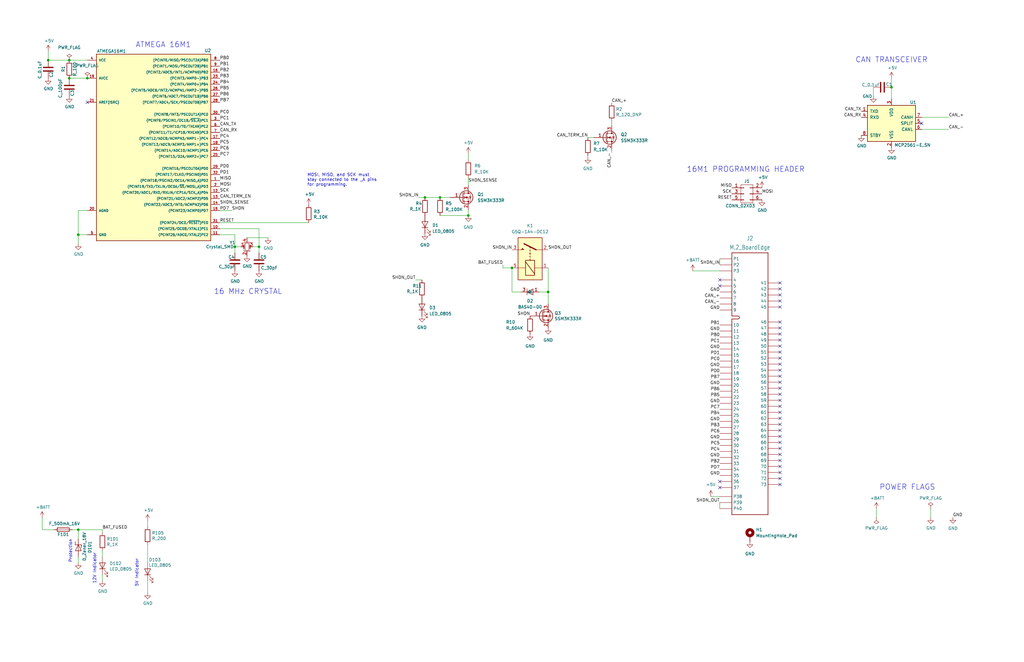
<source format=kicad_sch>
(kicad_sch (version 20211123) (generator eeschema)
  (paper "B")
  (title_block (title "M.2 Daughter Board Test Coupon") (date "2022-09-29") (rev "1") (company "Olin Electric Motorsports") (comment 1 "Jack Greenberg"))
  (lib_symbols
    (symbol "Mechanical:MountingHole_Pad" (pin_numbers hide) (pin_names (offset 1.016) hide)
      (property "Reference" "H" (at 0 6.35 0))
      (property "Value" "MountingHole_Pad" (at 0 4.445 0))
      (symbol "MountingHole_Pad_1_1"
        (pin input line (at 0 -2.54 90) (length 2.54) (name "1") (number "1"))
      )
    )
    (symbol "formula:ATMEGA16M1" (pin_names (offset 1.016))
      (property "Reference" "U" (at -24.13 46.482 0))
      (property "Value" "ATMEGA16M1" (at 12.7 -35.56 0))
      (symbol "ATMEGA16M1_1_1"
        (pin bidirectional line (at 27.94 -7.62 180) (length 3.81) (name "(PCINT18/PSCIN2/OC1A/MISO_A)PD2") (number "1"))
        (pin bidirectional line (at 27.94 -27.94 180) (length 3.81) (name "(PCINT25/OC0B/XTAL1)PE1") (number "10"))
        (pin bidirectional line (at 27.94 -30.48 180) (length 3.81) (name "(PCINT26/ADC0/XTAL2)PE2") (number "11"))
        (pin bidirectional line (at 27.94 -12.7 180) (length 3.81) (name "(PCINT20/ADC1/RXD/RXLIN/ICP1A/SCK_A)PD4") (number "12"))
        (pin bidirectional line (at 27.94 -15.24 180) (length 3.81) (name "(PCINT21/ADC2/ACMP2)PD5") (number "13"))
        (pin bidirectional line (at 27.94 -17.78 180) (length 3.81) (name "(PCINT22/ADC3/INT0/ACMPN2)PD6") (number "14"))
        (pin bidirectional line (at 27.94 -20.32 180) (length 3.81) (name "(PCINT23/ACMP0)PD7") (number "15"))
        (pin bidirectional line (at 27.94 38.1 180) (length 3.81) (name "(PCINT2/ADC5/INT1/ACMPN0)PB2") (number "16"))
        (pin bidirectional line (at 27.94 10.16 180) (length 3.81) (name "(PCINT12/ADC8/ACMPN3/AMP1-)PC4") (number "17"))
        (pin bidirectional line (at 27.94 7.62 180) (length 3.81) (name "(PCINT13/ADC9/ACMP3/AMP1+)PC5") (number "18"))
        (pin power_in line (at -27.94 35.56 0) (length 3.81) (name "AVCC") (number "19"))
        (pin bidirectional line (at 27.94 -10.16 180) (length 3.81) (name "(PCINT19/TXD/TXLIN/OC0A/~{SS}/MOSI_A)PD3") (number "2"))
        (pin power_in line (at -27.94 -20.32 0) (length 3.81) (name "AGND") (number "20"))
        (pin power_in line (at -27.94 25.4 0) (length 3.81) (name "AREF(ISRC)") (number "21"))
        (pin bidirectional line (at 27.94 5.08 180) (length 3.81) (name "(PCINT14/ADC10/ACMP1)PC6") (number "22"))
        (pin bidirectional line (at 27.94 35.56 180) (length 3.81) (name "(PCINT3/AMP0-)PB3") (number "23"))
        (pin bidirectional line (at 27.94 33.02 180) (length 3.81) (name "(PCINT4/AMP0+)PB4") (number "24"))
        (pin bidirectional line (at 27.94 2.54 180) (length 3.81) (name "(PCINT15/D2A/AMP2+)PC7") (number "25"))
        (pin bidirectional line (at 27.94 30.48 180) (length 3.81) (name "(PCINT5/ADC6/INT2/ACMPN1/AMP2-)PB5") (number "26"))
        (pin bidirectional line (at 27.94 27.94 180) (length 3.81) (name "(PCINT6/ADC7/PSCOUT1B)PB6") (number "27"))
        (pin bidirectional line (at 27.94 25.4 180) (length 3.81) (name "(PCINT7/ADC4/SCK/PSCOUT0B)PB7") (number "28"))
        (pin bidirectional line (at 27.94 -2.54 180) (length 3.81) (name "(PCINT16/PSCOUT0A)PD0") (number "29"))
        (pin bidirectional line (at 27.94 17.78 180) (length 3.81) (name "(PCINT9/PSCIN1/OC1B/~{SS_A})PC1") (number "3"))
        (pin bidirectional line (at 27.94 20.32 180) (length 3.81) (name "(PCINT8/INT3/PSCOUT1A)PC0") (number "30"))
        (pin bidirectional line (at 27.94 -25.4 180) (length 3.81) (name "(PCINT24/OCD/~{RESET})PE0") (number "31"))
        (pin bidirectional line (at 27.94 -5.08 180) (length 3.81) (name "(PCINT17/CLKO/PSCIN0)PD1") (number "32"))
        (pin power_in line (at -27.94 43.18 0) (length 3.81) (name "VCC") (number "4"))
        (pin power_in line (at -27.94 -30.48 0) (length 3.81) (name "GND") (number "5"))
        (pin bidirectional line (at 27.94 15.24 180) (length 3.81) (name "(PCINT10/T0/TXCAN)PC2") (number "6"))
        (pin bidirectional line (at 27.94 12.7 180) (length 3.81) (name "(PCINT11/T1/ICP1B/RXCAN)PC3") (number "7"))
        (pin bidirectional line (at 27.94 43.18 180) (length 3.81) (name "(PCINT0/MISO/PSCOUT2A)PB0") (number "8"))
        (pin bidirectional line (at 27.94 40.64 180) (length 3.81) (name "(PCINT1/MOSI/PSCOUT2B)PB1") (number "9"))
      )
    )
    (symbol "formula:BAS40-00" (pin_names (offset 1.016))
      (property "Reference" "D" (at 0 2.54 0))
      (property "Value" "BAS40-00" (at 0 -2.54 0))
      (symbol "BAS40-00_1_1"
        (pin passive line (at 3.81 0 180) (length 2.54) (name "A") (number "1"))
        (pin passive line (at -3.81 0 0) (length 2.54) (name "K") (number "3"))
      )
    )
    (symbol "formula:CONN_02X03" (pin_names (offset 0.0254) hide)
      (property "Reference" "J" (at 0 5.08 0))
      (property "Value" "CONN_02X03" (at 0 -5.08 0))
      (symbol "CONN_02X03_1_1"
        (pin passive line (at -6.35 2.54 0) (length 3.81) (name "P1") (number "1"))
        (pin passive line (at 6.35 2.54 180) (length 3.81) (name "P2") (number "2"))
        (pin passive line (at -6.35 0 0) (length 3.81) (name "P3") (number "3"))
        (pin passive line (at 6.35 0 180) (length 3.81) (name "P4") (number "4"))
        (pin passive line (at -6.35 -2.54 0) (length 3.81) (name "P5") (number "5"))
        (pin passive line (at 6.35 -2.54 180) (length 3.81) (name "P6") (number "6"))
      )
    )
    (symbol "formula:C_0.1uF" (pin_numbers hide) (pin_names (offset 0.254))
      (property "Reference" "C" (at 0.635 2.54 0))
      (property "Value" "C_0.1uF" (at 0.635 -2.54 0))
      (symbol "C_0.1uF_1_1"
        (pin passive line (at 0 3.81 270) (length 2.794) (name "~") (number "1"))
        (pin passive line (at 0 -3.81 90) (length 2.794) (name "~") (number "2"))
      )
    )
    (symbol "formula:C_100pF" (pin_numbers hide) (pin_names (offset 0.254))
      (property "Reference" "C" (at 0.635 2.54 0))
      (property "Value" "C_100pF" (at 0.635 -2.54 0))
      (symbol "C_100pF_1_1"
        (pin passive line (at 0 3.81 270) (length 2.794) (name "~") (number "1"))
        (pin passive line (at 0 -3.81 90) (length 2.794) (name "~") (number "2"))
      )
    )
    (symbol "formula:C_30pF" (pin_numbers hide) (pin_names (offset 0.254))
      (property "Reference" "C" (at 0.635 2.54 0))
      (property "Value" "C_30pF" (at 0.635 -2.54 0))
      (symbol "C_30pF_1_1"
        (pin passive line (at 0 3.81 270) (length 2.794) (name "~") (number "1"))
        (pin passive line (at 0 -3.81 90) (length 2.794) (name "~") (number "2"))
      )
    )
    (symbol "formula:Crystal_SMD" (pin_names (offset 1.016) hide)
      (property "Reference" "Y" (at 1.27 4.445 0))
      (property "Value" "Crystal_SMD" (at 1.27 2.54 0))
      (symbol "Crystal_SMD_1_1"
        (pin passive line (at -2.54 0 0) (length 1.27) (name "1") (number "1"))
        (pin passive line (at 0 -3.81 90) (length 1.905) (name "2") (number "2"))
        (pin passive line (at 2.54 0 180) (length 1.27) (name "3") (number "3"))
        (pin passive line (at 0 3.81 270) (length 1.905) (name "4") (number "4"))
      )
    )
    (symbol "formula:D_Zener_18V" (pin_numbers hide) (pin_names (offset 1.016) hide)
      (property "Reference" "D" (at 0 2.54 0))
      (property "Value" "D_Zener_18V" (at 0 -2.54 0))
      (symbol "D_Zener_18V_1_1"
        (pin passive line (at -3.81 0 0) (length 2.54) (name "K") (number "1"))
        (pin passive line (at 3.81 0 180) (length 2.54) (name "A") (number "2"))
      )
    )
    (symbol "formula:F_500mA_16V" (pin_numbers hide) (pin_names (offset 0))
      (property "Reference" "F" (at 2.032 0 90))
      (property "Value" "F_500mA_16V" (at -1.905 0 90))
      (symbol "F_500mA_16V_1_1"
        (pin passive line (at 0 3.81 270) (length 1.27) (name "~") (number "1"))
        (pin passive line (at 0 -3.81 90) (length 1.27) (name "~") (number "2"))
      )
    )
    (symbol "formula:G5Q-1A4-DC12" (pin_names (offset 1.016))
      (property "Reference" "K" (at -1.27 12.7 0))
      (property "Value" "G5Q-1A4-DC12" (at 0 -10.16 0))
      (symbol "G5Q-1A4-DC12_1_1"
        (pin passive line (at -5.08 -7.62 90) (length 2.54) (name "~") (number "1"))
        (pin passive line (at 2.54 -7.62 90) (length 2.54) (name "~") (number "2"))
        (pin passive line (at 2.54 7.62 270) (length 2.54) (name "~") (number "3"))
        (pin passive line (at -5.08 7.62 270) (length 2.54) (name "~") (number "5"))
      )
    )
    (symbol "formula:LED_0805" (pin_numbers hide) (pin_names (offset 1.016) hide)
      (property "Reference" "D" (at 0 -2.54 0))
      (property "Value" "LED_0805" (at 0 2.54 0))
      (symbol "LED_0805_1_1"
        (pin passive line (at -3.81 0 0) (length 2.54) (name "K") (number "1"))
        (pin passive line (at 3.81 0 180) (length 2.54) (name "A") (number "2"))
      )
    )
    (symbol "formula:M.2_BoardEdge"
      (property "Reference" "J?" (at 1.27 49.53 0))
      (property "Value" "M.2_BoardEdge" (at 7.62 45.72 0))
      (symbol "M.2_BoardEdge_1_0"
        (pin bidirectional line (at -12.7 12.7 0) (length 5.08) (name "10") (number "10"))
        (pin bidirectional line (at -12.7 10.16 0) (length 5.08) (name "11") (number "11"))
        (pin bidirectional line (at -12.7 7.62 0) (length 5.08) (name "12") (number "12"))
        (pin bidirectional line (at -12.7 5.08 0) (length 5.08) (name "13") (number "13"))
        (pin bidirectional line (at -12.7 2.54 0) (length 5.08) (name "14") (number "14"))
        (pin bidirectional line (at -12.7 0 0) (length 5.08) (name "15") (number "15"))
        (pin bidirectional line (at -12.7 -2.54 0) (length 5.08) (name "16") (number "16"))
        (pin bidirectional line (at -12.7 -5.08 0) (length 5.08) (name "17") (number "17"))
        (pin bidirectional line (at -12.7 -7.62 0) (length 5.08) (name "18") (number "18"))
        (pin bidirectional line (at -12.7 -10.16 0) (length 5.08) (name "19") (number "19"))
        (pin bidirectional line (at -12.7 -12.7 0) (length 5.08) (name "20") (number "20"))
        (pin bidirectional line (at -12.7 -15.24 0) (length 5.08) (name "21") (number "21"))
        (pin bidirectional line (at -12.7 -17.78 0) (length 5.08) (name "22") (number "22"))
        (pin bidirectional line (at -12.7 -20.32 0) (length 5.08) (name "23") (number "23"))
        (pin bidirectional line (at -12.7 -22.86 0) (length 5.08) (name "24") (number "24"))
        (pin bidirectional line (at -12.7 -25.4 0) (length 5.08) (name "25") (number "25"))
        (pin bidirectional line (at -12.7 -27.94 0) (length 5.08) (name "26") (number "26"))
        (pin bidirectional line (at -12.7 -30.48 0) (length 5.08) (name "27") (number "27"))
        (pin bidirectional line (at -12.7 -33.02 0) (length 5.08) (name "28") (number "28"))
        (pin bidirectional line (at -12.7 -35.56 0) (length 5.08) (name "29") (number "29"))
        (pin bidirectional line (at -12.7 -38.1 0) (length 5.08) (name "30") (number "30"))
        (pin bidirectional line (at -12.7 -40.64 0) (length 5.08) (name "31") (number "31"))
        (pin bidirectional line (at -12.7 -43.18 0) (length 5.08) (name "32") (number "32"))
        (pin bidirectional line (at -12.7 -45.72 0) (length 5.08) (name "33") (number "33"))
        (pin bidirectional line (at -12.7 -48.26 0) (length 5.08) (name "34") (number "34"))
        (pin bidirectional line (at -12.7 -50.8 0) (length 5.08) (name "35") (number "35"))
        (pin bidirectional line (at -12.7 -53.34 0) (length 5.08) (name "36") (number "36"))
        (pin bidirectional line (at -12.7 -55.88 0) (length 5.08) (name "37") (number "37"))
        (pin bidirectional line (at -12.7 31.75 0) (length 5.08) (name "4") (number "4"))
        (pin bidirectional line (at 12.7 30.48 180) (length 5.08) (name "41") (number "41"))
        (pin bidirectional line (at 12.7 27.94 180) (length 5.08) (name "42") (number "42"))
        (pin bidirectional line (at 12.7 25.4 180) (length 5.08) (name "43") (number "43"))
        (pin bidirectional line (at 12.7 22.86 180) (length 5.08) (name "44") (number "44"))
        (pin bidirectional line (at 12.7 20.32 180) (length 5.08) (name "45") (number "45"))
        (pin bidirectional line (at 12.7 13.97 180) (length 5.08) (name "46") (number "46"))
        (pin bidirectional line (at 12.7 11.43 180) (length 5.08) (name "47") (number "47"))
        (pin bidirectional line (at 12.7 8.89 180) (length 5.08) (name "48") (number "48"))
        (pin bidirectional line (at 12.7 6.35 180) (length 5.08) (name "49") (number "49"))
        (pin bidirectional line (at -12.7 29.21 0) (length 5.08) (name "5") (number "5"))
        (pin bidirectional line (at 12.7 3.81 180) (length 5.08) (name "50") (number "50"))
        (pin bidirectional line (at 12.7 1.27 180) (length 5.08) (name "51") (number "51"))
        (pin bidirectional line (at 12.7 -1.27 180) (length 5.08) (name "52") (number "52"))
        (pin bidirectional line (at 12.7 -3.81 180) (length 5.08) (name "53") (number "53"))
        (pin bidirectional line (at 12.7 -6.35 180) (length 5.08) (name "54") (number "54"))
        (pin bidirectional line (at 12.7 -8.89 180) (length 5.08) (name "55") (number "55"))
        (pin bidirectional line (at 12.7 -11.43 180) (length 5.08) (name "56") (number "56"))
        (pin bidirectional line (at 12.7 -13.97 180) (length 5.08) (name "57") (number "57"))
        (pin bidirectional line (at 12.7 -16.51 180) (length 5.08) (name "58") (number "58"))
        (pin bidirectional line (at 12.7 -19.05 180) (length 5.08) (name "59") (number "59"))
        (pin bidirectional line (at -12.7 26.67 0) (length 5.08) (name "6") (number "6"))
        (pin bidirectional line (at 12.7 -21.59 180) (length 5.08) (name "60") (number "60"))
        (pin bidirectional line (at 12.7 -24.13 180) (length 5.08) (name "61") (number "61"))
        (pin bidirectional line (at 12.7 -26.67 180) (length 5.08) (name "62") (number "62"))
        (pin bidirectional line (at 12.7 -29.21 180) (length 5.08) (name "63") (number "63"))
        (pin bidirectional line (at 12.7 -31.75 180) (length 5.08) (name "64") (number "64"))
        (pin bidirectional line (at 12.7 -34.29 180) (length 5.08) (name "65") (number "65"))
        (pin bidirectional line (at 12.7 -36.83 180) (length 5.08) (name "66") (number "66"))
        (pin bidirectional line (at 12.7 -39.37 180) (length 5.08) (name "67") (number "67"))
        (pin bidirectional line (at 12.7 -41.91 180) (length 5.08) (name "68") (number "68"))
        (pin bidirectional line (at 12.7 -44.45 180) (length 5.08) (name "69") (number "69"))
        (pin bidirectional line (at -12.7 24.13 0) (length 5.08) (name "7") (number "7"))
        (pin bidirectional line (at 12.7 -46.99 180) (length 5.08) (name "70") (number "70"))
        (pin bidirectional line (at 12.7 -49.53 180) (length 5.08) (name "71") (number "71"))
        (pin bidirectional line (at 12.7 -52.07 180) (length 5.08) (name "72") (number "72"))
        (pin bidirectional line (at 12.7 -54.61 180) (length 5.08) (name "73") (number "73"))
        (pin bidirectional line (at -12.7 21.59 0) (length 5.08) (name "8") (number "8"))
        (pin bidirectional line (at -12.7 19.05 0) (length 5.08) (name "9") (number "9"))
        (pin bidirectional line (at -12.7 40.64 0) (length 5.08) (name "P1") (number "P1"))
        (pin bidirectional line (at -12.7 38.1 0) (length 5.08) (name "P2") (number "P2"))
        (pin bidirectional line (at -12.7 35.56 0) (length 5.08) (name "P3") (number "P3"))
        (pin bidirectional line (at -12.7 -59.69 0) (length 5.08) (name "P38") (number "P38"))
        (pin bidirectional line (at -12.7 -62.23 0) (length 5.08) (name "P39") (number "P39"))
        (pin bidirectional line (at -12.7 -64.77 0) (length 5.08) (name "P40") (number "P40"))
      )
    )
    (symbol "formula:MCP2561-E_SN" (pin_names (offset 1.016))
      (property "Reference" "U" (at -10.16 8.89 0))
      (property "Value" "MCP2561-E_SN" (at 2.54 8.89 0))
      (symbol "MCP2561-E_SN_1_1"
        (pin input line (at -12.7 5.08 0) (length 2.54) (name "TXD") (number "1"))
        (pin power_in line (at 0 -10.16 90) (length 2.54) (name "VSS") (number "2"))
        (pin power_in line (at 0 10.16 270) (length 2.54) (name "VDD") (number "3"))
        (pin output line (at -12.7 2.54 0) (length 2.54) (name "RXD") (number "4"))
        (pin passive line (at 12.7 0 180) (length 2.54) (name "SPLIT") (number "5"))
        (pin bidirectional line (at 12.7 -2.54 180) (length 2.54) (name "CANL") (number "6"))
        (pin bidirectional line (at 12.7 2.54 180) (length 2.54) (name "CANH") (number "7"))
        (pin input line (at -12.7 -5.08 0) (length 2.54) (name "STBY") (number "8"))
      )
    )
    (symbol "formula:R_100" (pin_numbers hide) (pin_names (offset 0))
      (property "Reference" "R" (at 2.032 0 90))
      (property "Value" "R_100" (at -2.54 0 90))
      (symbol "R_100_1_1"
        (pin passive line (at 0 3.81 270) (length 1.27) (name "~") (number "1"))
        (pin passive line (at 0 -3.81 90) (length 1.27) (name "~") (number "2"))
      )
    )
    (symbol "formula:R_100K" (pin_numbers hide) (pin_names (offset 0))
      (property "Reference" "R" (at 2.032 0 90))
      (property "Value" "R_100K" (at -2.54 0 90))
      (symbol "R_100K_1_1"
        (pin passive line (at 0 3.81 270) (length 1.27) (name "~") (number "1"))
        (pin passive line (at 0 -3.81 90) (length 1.27) (name "~") (number "2"))
      )
    )
    (symbol "formula:R_10K" (pin_numbers hide) (pin_names (offset 0))
      (property "Reference" "R" (at 2.032 0 90))
      (property "Value" "R_10K" (at -2.54 0 90))
      (symbol "R_10K_1_1"
        (pin passive line (at 0 3.81 270) (length 1.27) (name "~") (number "1"))
        (pin passive line (at 0 -3.81 90) (length 1.27) (name "~") (number "2"))
      )
    )
    (symbol "formula:R_120_DNP" (pin_numbers hide) (pin_names (offset 0))
      (property "Reference" "R" (at 2.032 0 90))
      (property "Value" "R_120_DNP" (at -2.54 0 90))
      (symbol "R_120_DNP_1_1"
        (pin passive line (at 0 3.81 270) (length 1.27) (name "~") (number "1"))
        (pin passive line (at 0 -3.81 90) (length 1.27) (name "~") (number "2"))
      )
    )
    (symbol "formula:R_1K" (pin_numbers hide) (pin_names (offset 0))
      (property "Reference" "R" (at 2.032 0 90))
      (property "Value" "R_1K" (at -2.54 0 90))
      (symbol "R_1K_1_1"
        (pin passive line (at 0 3.81 270) (length 1.27) (name "~") (number "1"))
        (pin passive line (at 0 -3.81 90) (length 1.27) (name "~") (number "2"))
      )
    )
    (symbol "formula:R_200" (pin_numbers hide) (pin_names (offset 0))
      (property "Reference" "R" (at 2.032 0 90))
      (property "Value" "R_200" (at -2.54 0 90))
      (symbol "R_200_1_1"
        (pin passive line (at 0 3.81 270) (length 1.27) (name "~") (number "1"))
        (pin passive line (at 0 -3.81 90) (length 1.27) (name "~") (number "2"))
      )
    )
    (symbol "formula:R_604K" (pin_numbers hide) (pin_names (offset 0))
      (property "Reference" "R" (at 2.032 0 90))
      (property "Value" "R_604K" (at -2.54 0 90))
      (symbol "R_604K_1_1"
        (pin passive line (at 0 3.81 270) (length 1.27) (name "~") (number "1"))
        (pin passive line (at 0 -3.81 90) (length 1.27) (name "~") (number "2"))
      )
    )
    (symbol "formula:SSM3K333R" (pin_names (offset 0) hide)
      (property "Reference" "Q" (at 5.08 1.905 0))
      (property "Value" "SSM3K333R" (at 5.08 0 0))
      (symbol "SSM3K333R_1_1"
        (pin input line (at -5.08 0 0) (length 5.334) (name "G") (number "1"))
        (pin passive line (at 2.54 -5.08 90) (length 2.54) (name "S") (number "2"))
        (pin passive line (at 2.54 5.08 270) (length 2.54) (name "D") (number "3"))
      )
    )
    (symbol "power:+5V" (power) (pin_names (offset 0))
      (property "Value" "+5V" (at 0 3.556 0))
      (symbol "+5V_1_1"
        (pin power_in line (at 0 0 90) (length 0) hide (name "+5V") (number "1"))
      )
    )
    (symbol "power:+BATT" (power) (pin_names (offset 0))
      (property "Value" "+BATT" (at 0 3.556 0))
      (symbol "+BATT_1_1"
        (pin power_in line (at 0 0 90) (length 0) hide (name "+BATT") (number "1"))
      )
    )
    (symbol "power:GND" (power) (pin_names (offset 0))
      (property "Value" "GND" (at 0 -3.81 0))
      (symbol "GND_1_1"
        (pin power_in line (at 0 0 270) (length 0) hide (name "GND") (number "1"))
      )
    )
    (symbol "power:PWR_FLAG" (power) (pin_numbers hide) (pin_names (offset 0) hide)
      (property "Value" "PWR_FLAG" (at 0 3.81 0))
      (symbol "PWR_FLAG_0_0"
        (pin power_out line (at 0 0 90) (length 0) (name "pwr") (number "1"))
      )
    )
  )
  (junction (at 20.32 25.4))
  (junction (at 33.02 223.52))
  (junction (at 375.92 36.83))
  (junction (at 197.485 90.932))
  (junction (at 29.21 25.4))
  (junction (at 179.197 83.312))
  (junction (at 231.14 123.19))
  (junction (at 29.21 33.02))
  (junction (at 215.9 113.03))
  (junction (at 33.02 99.06))
  (junction (at 36.83 33.02))
  (junction (at 99.06 104.14))
  (junction (at 109.22 104.14))
  (junction (at 185.547 83.312))
  (no_connect (at 328.93 158.75))
  (no_connect (at 328.93 191.77))
  (no_connect (at 328.93 129.54))
  (no_connect (at 303.53 203.2))
  (no_connect (at 303.53 205.74))
  (no_connect (at 328.93 168.91))
  (no_connect (at 328.93 179.07))
  (no_connect (at 328.93 119.38))
  (no_connect (at 328.93 189.23))
  (no_connect (at 328.93 166.37))
  (no_connect (at 303.53 118.11))
  (no_connect (at 328.93 163.83))
  (no_connect (at 328.93 176.53))
  (no_connect (at 328.93 153.67))
  (no_connect (at 328.93 148.59))
  (no_connect (at 328.93 196.85))
  (no_connect (at 388.62 52.07))
  (no_connect (at 328.93 204.47))
  (no_connect (at 328.93 135.89))
  (no_connect (at 328.93 143.51))
  (no_connect (at 328.93 201.93))
  (no_connect (at 328.93 199.39))
  (no_connect (at 328.93 121.92))
  (no_connect (at 328.93 181.61))
  (no_connect (at 328.93 127))
  (no_connect (at 303.53 120.65))
  (no_connect (at 328.93 151.13))
  (no_connect (at 328.93 161.29))
  (no_connect (at 328.93 194.31))
  (no_connect (at 328.93 186.69))
  (no_connect (at 328.93 184.15))
  (no_connect (at 328.93 171.45))
  (no_connect (at 36.83 43.18))
  (no_connect (at 328.93 173.99))
  (no_connect (at 328.93 146.05))
  (no_connect (at 328.93 138.43))
  (no_connect (at 328.93 156.21))
  (no_connect (at 328.93 140.97))
  (no_connect (at 328.93 124.46))
  (wire (pts (xy 62.23 245.11) (xy 62.23 250.19)))
  (wire (pts (xy 62.23 222.25) (xy 62.23 219.71)))
  (wire (pts (xy 92.71 93.98) (xy 130.175 93.98)))
  (wire (pts (xy 33.02 88.9) (xy 36.83 88.9)))
  (wire (pts (xy 109.22 96.52) (xy 92.71 96.52)))
  (wire (pts (xy 368.3 36.83) (xy 368.3 40.64)))
  (wire (pts (xy 104.14 100.33) (xy 113.03 100.33)))
  (wire (pts (xy 197.485 88.392) (xy 197.485 90.932)))
  (wire (pts (xy 99.06 104.14) (xy 101.6 104.14)))
  (wire (pts (xy 33.02 227.33) (xy 33.02 223.52)))
  (wire (pts (xy 212.09 111.76) (xy 212.09 113.03)))
  (wire (pts (xy 299.72 209.55) (xy 303.53 209.55)))
  (wire (pts (xy 33.02 223.52) (xy 43.18 223.52)))
  (wire (pts (xy 197.485 64.77) (xy 197.485 67.437)))
  (wire (pts (xy 33.02 102.87) (xy 33.02 99.06)))
  (wire (pts (xy 257.937 63.119) (xy 257.937 64.389)))
  (wire (pts (xy 231.14 113.03) (xy 231.14 123.19)))
  (wire (pts (xy 99.06 104.14) (xy 99.06 99.06)))
  (wire (pts (xy 20.32 25.4) (xy 29.21 25.4)))
  (wire (pts (xy 185.547 90.932) (xy 197.485 90.932)))
  (wire (pts (xy 62.23 229.87) (xy 62.23 237.49)))
  (wire (pts (xy 17.78 223.52) (xy 22.86 223.52)))
  (wire (pts (xy 212.09 113.03) (xy 215.9 113.03)))
  (wire (pts (xy 176.53 83.312) (xy 179.197 83.312)))
  (wire (pts (xy 303.53 212.09) (xy 303.53 214.63)))
  (wire (pts (xy 185.547 83.312) (xy 189.865 83.312)))
  (wire (pts (xy 292.1 114.3) (xy 303.53 114.3)))
  (wire (pts (xy 36.83 33.02) (xy 29.21 33.02)))
  (wire (pts (xy 231.14 123.19) (xy 231.14 128.27)))
  (wire (pts (xy 375.92 36.83) (xy 375.92 33.02)))
  (wire (pts (xy 175.26 118.11) (xy 177.927 118.11)))
  (wire (pts (xy 388.62 54.61) (xy 400.05 54.61)))
  (wire (pts (xy 197.485 75.057) (xy 197.485 78.232)))
  (wire (pts (xy 375.92 41.91) (xy 375.92 36.83)))
  (wire (pts (xy 247.904 58.039) (xy 250.317 58.039)))
  (wire (pts (xy 106.68 104.14) (xy 109.22 104.14)))
  (wire (pts (xy 247.904 65.659) (xy 247.904 66.421)))
  (wire (pts (xy 215.9 123.19) (xy 215.9 113.03)))
  (wire (pts (xy 219.71 123.19) (xy 215.9 123.19)))
  (wire (pts (xy 109.22 104.14) (xy 109.22 96.52)))
  (wire (pts (xy 29.21 25.4) (xy 36.83 25.4)))
  (wire (pts (xy 227.33 123.19) (xy 231.14 123.19)))
  (wire (pts (xy 33.02 234.95) (xy 33.02 237.49)))
  (wire (pts (xy 30.48 223.52) (xy 33.02 223.52)))
  (wire (pts (xy 43.18 232.41) (xy 43.18 234.95)))
  (wire (pts (xy 388.62 49.53) (xy 400.05 49.53)))
  (wire (pts (xy 33.02 99.06) (xy 33.02 88.9)))
  (wire (pts (xy 392.43 214.63) (xy 392.43 218.44)))
  (wire (pts (xy 369.57 214.63) (xy 369.57 218.44)))
  (wire (pts (xy 109.22 104.14) (xy 109.22 106.68)))
  (wire (pts (xy 303.53 111.76) (xy 303.53 109.22)))
  (wire (pts (xy 92.71 88.9) (xy 97.79 88.9)))
  (wire (pts (xy 20.32 21.59) (xy 20.32 25.4)))
  (wire (pts (xy 99.06 106.68) (xy 99.06 104.14)))
  (wire (pts (xy 257.937 51.054) (xy 257.937 52.959)))
  (wire (pts (xy 179.197 83.312) (xy 185.547 83.312)))
  (wire (pts (xy 99.06 99.06) (xy 92.71 99.06)))
  (wire (pts (xy 43.18 223.52) (xy 43.18 224.79)))
  (wire (pts (xy 17.78 218.44) (xy 17.78 223.52)))
  (wire (pts (xy 36.83 99.06) (xy 33.02 99.06)))
  (wire (pts (xy 43.18 242.57) (xy 43.18 245.11)))
  (text "Protection\n" (at 30.48 237.49 90) (effects (font (size 1.27 1.27)) (justify left bottom)))
  (text "POWER FLAGS\n" (at 370.84 207.01 0) (effects (font (size 2.2606 2.2606)) (justify left bottom)))
  (text "12V Indicator" (at 40.64 246.38 90) (effects (font (size 1.27 1.27)) (justify left bottom)))
  (text "CAN TRANSCEIVER\n" (at 360.68 26.67 0) (effects (font (size 2.2606 2.2606)) (justify left bottom)))
  (text "ATMEGA 16M1\n" (at 57.15 20.32 0) (effects (font (size 2.2606 2.2606)) (justify left bottom)))
  (text "5V Indicator" (at 58.42 247.65 90) (effects (font (size 1.27 1.27)) (justify left bottom)))
  (text "MOSI, MISO, and SCK must\nstay connected to the _A pins\nfor programming." (at 129.54 78.74 0) (effects (font (size 1.27 1.27)) (justify left bottom)))
  (text "16 MHz CRYSTAL\n" (at 90.17 124.46 0) (effects (font (size 2.2606 2.2606)) (justify left bottom)))
  (text "16M1 PROGRAMMING HEADER\n" (at 289.56 72.898 0) (effects (font (size 2.2606 2.2606)) (justify left bottom)))
  (label "CAN_TERM_EN" (at 247.904 58.039 180))
  (label "RESET" (at 308.61 84.328 180))
  (label "PC0" (at 303.53 152.4 180))
  (label "GND" (at 303.53 162.56 180))
  (label "PD0" (at 92.71 71.12 0))
  (label "SHDN_OUT" (at 231.14 105.41 0))
  (label "CAN_+" (at 303.53 125.73 180))
  (label "PB6" (at 92.71 40.64 0))
  (label "GND" (at 303.53 154.94 180))
  (label "PC4" (at 92.71 58.42 0))
  (label "PB7" (at 92.71 43.18 0))
  (label "SHDN_SENSE" (at 92.71 86.36 0))
  (label "CAN_+" (at 257.937 43.434 0))
  (label "MISO" (at 92.71 76.2 0))
  (label "PB4" (at 303.53 175.26 180))
  (label "MOSI" (at 321.31 81.788 0))
  (label "BAT_FUSED" (at 43.18 223.52 0))
  (label "PB3" (at 92.71 33.02 0))
  (label "PD7" (at 92.71 88.9 0))
  (label "SHDN_IN" (at 176.53 83.312 180))
  (label "SHDN_IN" (at 215.9 105.41 180))
  (label "CAN_+" (at 400.05 49.53 0))
  (label "GND" (at 401.8372 218.278 0))
  (label "PD1" (at 303.53 149.86 180))
  (label "SHDN_IN" (at 303.53 111.76 180))
  (label "PC7" (at 303.53 172.72 180))
  (label "CAN_-" (at 400.05 54.61 0))
  (label "CAN_-" (at 257.937 64.389 270))
  (label "PB4" (at 92.71 35.56 0))
  (label "SHDN_OUT" (at 175.26 118.11 180))
  (label "PB6" (at 303.53 165.1 180))
  (label "GND" (at 303.53 139.7 180))
  (label "CAN_RX" (at 92.71 55.88 0))
  (label "PB7" (at 303.53 160.02 180))
  (label "PC6" (at 303.53 182.88 180))
  (label "PD1" (at 92.71 73.66 0))
  (label "PB2" (at 92.71 30.48 0))
  (label "GND" (at 303.53 147.32 180))
  (label "PB3" (at 303.53 180.34 180))
  (label "PC5" (at 92.71 60.96 0))
  (label "CAN_TERM_EN" (at 92.71 83.82 0))
  (label "CAN_TX" (at 92.71 53.34 0))
  (label "GND" (at 303.53 130.81 180))
  (label "PB5" (at 92.71 38.1 0))
  (label "MOSI" (at 92.71 78.74 0))
  (label "PB5" (at 303.53 167.64 180))
  (label "PC1" (at 92.71 50.8 0))
  (label "CAN_TX" (at 363.22 46.99 180))
  (label "SCK" (at 92.71 81.28 0))
  (label "SCK" (at 308.61 81.788 180))
  (label "PB0" (at 303.53 142.24 180))
  (label "PC5" (at 303.53 187.96 180))
  (label "CAN_-" (at 303.53 128.27 180))
  (label "PB0" (at 92.71 25.4 0))
  (label "RESET" (at 92.71 93.98 0))
  (label "GND" (at 303.53 200.66 180))
  (label "SHDN" (at 223.52 133.35 180))
  (label "PB1" (at 92.71 27.94 0))
  (label "PD0" (at 303.53 157.48 180))
  (label "SHDN_OUT" (at 303.53 212.09 180))
  (label "PB2" (at 303.53 195.58 180))
  (label "PC0" (at 92.71 48.26 0))
  (label "PD7" (at 303.53 198.12 180))
  (label "SHDN" (at 97.79 88.9 0))
  (label "PC6" (at 92.71 63.5 0))
  (label "GND" (at 303.53 185.42 180))
  (label "PC1" (at 303.53 144.78 180))
  (label "PB1" (at 303.53 137.16 180))
  (label "GND" (at 303.53 177.8 180))
  (label "CAN_RX" (at 363.22 49.53 180))
  (label "GND" (at 303.53 170.18 180))
  (label "MISO" (at 308.61 79.248 180))
  (label "SHDN_SENSE" (at 197.485 77.089 0))
  (label "BAT_FUSED" (at 212.09 111.76 180))
  (label "GND" (at 303.53 123.19 180))
  (label "PC7" (at 92.71 66.04 0))
  (label "PC4" (at 303.53 190.5 180))
  (label "GND" (at 303.53 193.04 180))
  (symbol (lib_id "power:GND") (at 392.43 218.44 0) (unit 1)
    (property "Reference" "#PWR?" (effects hide))
    (property "Value" "GND" (at 392.557 222.8342 0))
  )
  (symbol (lib_id "formula:F_500mA_16V") (at 26.67 223.52 270) (unit 1)
    (property "Reference" "F101" (at 26.67 225.552 90))
    (property "Value" "F_500mA_16V" (at 27.178 220.98 90))
    (property "Footprint" "footprints:Fuse_1210" (effects hide))
    (property "Datasheet" "https://belfuse.com/resources/CircuitProtection/datasheets/0ZCH%20Nov2016.pdf" (effects hide))
    (property "MFN" "DK" (effects hide))
    (property "MPN" "507-1786-1-ND" (effects hide))
    (property "PurchasingLink" "https://www.digikey.com/product-detail/en/bel-fuse-inc/0ZCH0050FF2G/507-1786-1-ND/4156209" (effects hide))
  )
  (symbol (lib_id "formula:LED_0805") (at 62.23 241.3 90) (unit 1)
    (property "Reference" "D103" (at 62.738 236.22 90) (effects (justify right)))
    (property "Value" "LED_0805" (at 62.738 238.506 90) (effects (justify right)))
    (property "Footprint" "footprints:LED_0805_OEM" (effects hide))
    (property "Datasheet" "http://www.osram-os.com/Graphics/XPic9/00078860_0.pdf" (effects hide))
    (property "MFN" "DK" (effects hide))
    (property "MPN" "475-1410-1-ND" (effects hide))
    (property "PurchasingLink" "https://www.digikey.com/products/en?keywords=475-1410-1-ND" (effects hide))
  )
  (symbol (lib_id "formula:R_200") (at 62.23 226.06 0) (unit 1)
    (property "Reference" "R105" (at 64.008 224.8916 0) (effects (justify left)))
    (property "Value" "R_200" (at 64.008 227.203 0) (effects (justify left)))
    (property "Footprint" "footprints:R_0805_OEM" (effects hide))
    (property "Datasheet" "https://www.seielect.com/Catalog/SEI-RMCF_RMCP.pdf" (effects hide))
    (property "MFN" "DK" (effects hide))
    (property "MPN" "RMCF0805JT200RCT-ND" (effects hide))
    (property "PurchasingLink" "https://www.digikey.com/products/en?keywords=RMCF0805JT200RCT-ND" (effects hide))
  )
  (symbol (lib_id "power:GND") (at 62.23 250.19 0) (unit 1)
    (property "Reference" "#PWR?" (effects hide))
    (property "Value" "GND" (at 62.357 254.5842 0))
  )
  (symbol (lib_id "formula:D_Zener_18V") (at 33.02 231.14 270) (unit 1)
    (property "Reference" "D101" (at 37.846 230.886 0))
    (property "Value" "D_Zener_18V" (at 35.56 230.632 0))
    (property "Footprint" "footprints:DO-214AA" (effects hide))
    (property "Datasheet" "http://www.mccsemi.com/up_pdf/SMBJ5338B-SMBJ5388B(SMB).pdf" (effects hide))
    (property "MFN" "DK" (effects hide))
    (property "MPN" "SMBJ5355B-TPMSCT-ND" (effects hide))
    (property "PurchasingLink" "https://www.digikey.com/products/en?keywords=SMBJ5355B-TPMSCT-ND" (effects hide))
  )
  (symbol (lib_id "power:GND") (at 33.02 237.49 0) (unit 1)
    (property "Reference" "#PWR?" (effects hide))
    (property "Value" "GND" (at 33.147 241.8842 0))
  )
  (symbol (lib_id "formula:LED_0805") (at 43.18 238.76 90) (unit 1)
    (property "Reference" "D102" (at 46.1518 237.7948 90) (effects (justify right)))
    (property "Value" "LED_0805" (at 46.1518 240.1062 90) (effects (justify right)))
    (property "Footprint" "footprints:LED_0805_OEM" (effects hide))
    (property "Datasheet" "http://www.osram-os.com/Graphics/XPic9/00078860_0.pdf" (effects hide))
    (property "MFN" "DK" (effects hide))
    (property "MPN" "475-1410-1-ND" (effects hide))
    (property "PurchasingLink" "https://www.digikey.com/products/en?keywords=475-1410-1-ND" (effects hide))
  )
  (symbol (lib_id "power:GND") (at 43.18 245.11 0) (unit 1)
    (property "Reference" "#PWR?" (effects hide))
    (property "Value" "GND" (at 43.307 249.5042 0))
  )
  (symbol (lib_id "formula:ATMEGA16M1") (at 64.77 68.58 0) (unit 1)
    (property "Reference" "U2" (at 87.63 21.336 0))
    (property "Value" "ATMEGA16M1" (at 46.99 21.59 0))
    (property "Footprint" "footprints:TQFP-32_7x7mm_Pitch0.8mm" (effects hide))
    (property "Datasheet" "http://ww1.microchip.com/downloads/en/DeviceDoc/Atmel-8209-8-bit%20AVR%20ATmega16M1-32M1-64M1_Datasheet.pdf" (effects hide))
    (property "MFN" "DK" (effects hide))
    (property "MPN" "ATMEGA16M1-AU-ND" (effects hide))
    (property "PurchasingLink" "https://www.digikey.com/product-detail/en/atmel/ATMEGA16M1-AU/ATMEGA16M1-AU-ND/2271208" (effects hide))
  )
  (symbol (lib_id "formula:R_100") (at 29.21 29.21 0) (unit 1)
    (property "Reference" "R1" (at 26.67 30.48 90) (effects (justify left)))
    (property "Value" "R_100" (at 31.496 32.258 90) (effects (justify left)))
    (property "Footprint" "footprints:R_0805_OEM" (effects hide))
    (property "Datasheet" "https://www.seielect.com/Catalog/SEI-rncp.pdf" (effects hide))
    (property "MFN" "DK" (effects hide))
    (property "MPN" "RNCP0805FTD100RCT-ND" (effects hide))
    (property "PurchasingLink" "https://www.digikey.com/products/en?keywords=RNCP0805FTD100RCT-ND" (effects hide))
  )
  (symbol (lib_id "formula:C_0.1uF") (at 20.32 29.21 0) (unit 1)
    (property "Reference" "C2" (at 21.59 32.766 90) (effects (justify left)))
    (property "Value" "C_0.1uF" (at 16.764 33.274 90) (effects (justify left)))
    (property "Footprint" "footprints:C_0805_OEM" (effects hide))
    (property "Datasheet" "http://datasheets.avx.com/X7RDielectric.pdf" (effects hide))
    (property "MFN" "DK" (effects hide))
    (property "MPN" "478-3352-1-ND" (effects hide))
    (property "PurchasingLink" "https://www.digikey.com/products/en?keywords=478-3352-1-ND" (effects hide))
  )
  (symbol (lib_id "formula:C_100pF") (at 29.21 36.83 0) (unit 1)
    (property "Reference" "C3" (at 30.48 40.64 90) (effects (justify left)))
    (property "Value" "C_100pF" (at 25.4 41.402 90) (effects (justify left)))
    (property "Footprint" "footprints:C_0805_OEM" (effects hide))
    (property "Datasheet" "https://katalog.we-online.de/pbs/datasheet/885012007057.pdf" (effects hide))
    (property "MFN" "DK" (effects hide))
    (property "MPN" "732-7852-1-ND" (effects hide))
    (property "PurchasingLink" "https://www.digikey.com/product-detail/en/wurth-electronics-inc/885012007057/732-7852-1-ND/5454479" (effects hide))
  )
  (symbol (lib_id "power:GND") (at 20.32 33.02 0) (unit 1)
    (property "Reference" "#PWR?" (effects hide))
    (property "Value" "GND" (at 20.447 37.4142 0))
  )
  (symbol (lib_id "power:GND") (at 29.21 40.64 0) (unit 1)
    (property "Reference" "#PWR?" (effects hide))
    (property "Value" "GND" (at 29.337 45.0342 0))
  )
  (symbol (lib_id "formula:Crystal_SMD") (at 104.14 104.14 0) (unit 1)
    (property "Reference" "Y1" (at 96.774 102.362 0) (effects (justify left)))
    (property "Value" "Crystal_SMD" (at 86.868 104.14 0) (effects (justify left)))
    (property "Footprint" "footprints:Crystal_SMD_FA238" (effects hide))
    (property "Datasheet" "http://www.txccorp.com/download/products/quartz_crystals/2015TXC_7M_17.pdf" (effects hide))
    (property "MFN" "DK" (effects hide))
    (property "MPN" "887-1125-1-ND" (effects hide))
    (property "PurchasingLink" "https://www.digikey.com/product-detail/en/txc-corporation/7M-16.000MAAJ-T/887-1125-1-ND/2119014" (effects hide))
  )
  (symbol (lib_id "formula:C_30pF") (at 99.06 110.49 0) (unit 1)
    (property "Reference" "C4" (at 96.266 108.458 0) (effects (justify left)))
    (property "Value" "C_30pF" (at 92.202 112.522 0) (effects (justify left)))
    (property "Footprint" "footprints:C_0805_OEM" (effects hide))
    (property "Datasheet" "https://media.digikey.com/pdf/Data%20Sheets/Samsung%20PDFs/CL_Series_MLCC_ds.pdf" (effects hide))
    (property "MFN" "DK" (effects hide))
    (property "MPN" "1276-1130-1-ND" (effects hide))
    (property "PurchasingLink" "https://www.digikey.com/product-detail/en/samsung-electro-mechanics-america-inc/CL21C300JBANNNC/1276-1130-1-ND/3889216" (effects hide))
  )
  (symbol (lib_id "formula:C_30pF") (at 109.22 110.49 0) (unit 1)
    (property "Reference" "C5" (at 109.728 108.458 0) (effects (justify left)))
    (property "Value" "C_30pF" (at 109.982 113.03 0) (effects (justify left)))
    (property "Footprint" "footprints:C_0805_OEM" (effects hide))
    (property "Datasheet" "https://media.digikey.com/pdf/Data%20Sheets/Samsung%20PDFs/CL_Series_MLCC_ds.pdf" (effects hide))
    (property "MFN" "DK" (effects hide))
    (property "MPN" "1276-1130-1-ND" (effects hide))
    (property "PurchasingLink" "https://www.digikey.com/product-detail/en/samsung-electro-mechanics-america-inc/CL21C300JBANNNC/1276-1130-1-ND/3889216" (effects hide))
  )
  (symbol (lib_id "formula:R_10K") (at 130.175 90.17 0) (unit 1)
    (property "Reference" "R3" (at 133.604 89.281 0))
    (property "Value" "R_10K" (at 135.255 91.567 0))
    (property "Footprint" "footprints:R_0805_OEM" (effects hide))
    (property "Datasheet" "http://www.bourns.com/data/global/pdfs/CRS.pdf" (effects hide))
    (property "MFN" "DK" (effects hide))
    (property "MPN" "CRS0805-FX-1002ELFCT-ND" (effects hide))
    (property "PurchasingLink" "https://www.digikey.com/products/en?keywords=CRS0805-FX-1002ELFCT-ND" (effects hide))
  )
  (symbol (lib_id "power:GND") (at 99.06 114.3 0) (unit 1)
    (property "Reference" "#PWR?" (effects hide))
    (property "Value" "GND" (at 99.187 118.6942 0))
  )
  (symbol (lib_id "power:GND") (at 109.22 114.3 0) (unit 1)
    (property "Reference" "#PWR?" (effects hide))
    (property "Value" "GND" (at 109.347 118.6942 0))
  )
  (symbol (lib_id "power:GND") (at 104.14 107.95 0) (unit 1)
    (property "Reference" "#PWR?" (effects hide))
    (property "Value" "GND" (at 104.267 112.3442 0))
  )
  (symbol (lib_id "power:GND") (at 113.03 100.33 0) (unit 1)
    (property "Reference" "#PWR?" (effects hide))
    (property "Value" "GND" (at 113.157 104.7242 0))
  )
  (symbol (lib_id "power:GND") (at 33.02 102.87 0) (unit 1)
    (property "Reference" "#PWR?" (effects hide))
    (property "Value" "GND" (at 33.147 107.2642 0))
  )
  (symbol (lib_id "formula:MCP2561-E_SN") (at 375.92 52.07 0) (unit 1)
    (property "Reference" "U1" (at 385.064 43.18 0))
    (property "Value" "MCP2561-E_SN" (at 384.81 61.214 0))
    (property "Footprint" "footprints:SOIC-8_3.9x4.9mm_Pitch1.27mm_OEM" (effects hide))
    (property "Datasheet" "http://www.microchip.com/mymicrochip/filehandler.aspx?ddocname=en561044" (effects hide))
    (property "MFN" "DK" (effects hide))
    (property "MPN" "MCP2561-E/SN-ND" (effects hide))
    (property "PurchasingLink" "https://www.digikey.com/products/en?keywords=mcp2561-e%2Fsn" (effects hide))
  )
  (symbol (lib_id "formula:C_0.1uF") (at 372.11 36.83 270) (unit 1)
    (property "Reference" "C1" (at 374.904 35.56 90))
    (property "Value" "C_0.1uF" (at 367.284 35.814 90))
    (property "Footprint" "footprints:C_0805_OEM" (effects hide))
    (property "Datasheet" "http://datasheets.avx.com/X7RDielectric.pdf" (effects hide))
    (property "MFN" "DK" (effects hide))
    (property "MPN" "478-3352-1-ND" (effects hide))
    (property "PurchasingLink" "https://www.digikey.com/products/en?keywords=478-3352-1-ND" (effects hide))
  )
  (symbol (lib_id "power:GND") (at 368.3 40.64 0) (unit 1)
    (property "Reference" "#PWR?" (effects hide))
    (property "Value" "GND" (at 365.76 40.64 0))
  )
  (symbol (lib_id "power:GND") (at 375.92 62.23 0) (unit 1)
    (property "Reference" "#PWR?" (effects hide))
    (property "Value" "GND" (at 376.047 66.6242 0))
  )
  (symbol (lib_id "power:GND") (at 363.22 57.15 0) (unit 1)
    (property "Reference" "#PWR?" (effects hide))
    (property "Value" "GND" (at 363.347 61.5442 0))
  )
  (symbol (lib_id "power:PWR_FLAG") (at 369.57 218.44 180) (unit 1)
    (property "Reference" "#FLG?" (effects hide))
    (property "Value" "PWR_FLAG" (at 369.57 222.8596 0))
  )
  (symbol (lib_id "power:PWR_FLAG") (at 392.43 214.63 0) (unit 1)
    (property "Reference" "#FLG?" (effects hide))
    (property "Value" "PWR_FLAG" (at 392.43 210.2104 0))
  )
  (symbol (lib_id "formula:CONN_02X03") (at 314.96 81.788 0) (unit 1)
    (property "Reference" "J1" (at 314.96 76.454 0))
    (property "Value" "CONN_02X03" (at 312.166 86.868 0))
    (property "Footprint" "footprints:Pin_Header_Straight_2x03" (effects hide))
    (property "Datasheet" "http://portal.fciconnect.com/Comergent//fci/drawing/67996.pdf" (effects hide))
    (property "MFN" "DK" (effects hide))
    (property "MPN" "609-3234-ND" (effects hide))
    (property "PurchasingLink" "https://www.digikey.com/product-detail/en/amphenol-fci/67997-206HLF/609-3234-ND/1878491" (effects hide))
  )
  (symbol (lib_id "power:GND") (at 321.31 84.328 0) (unit 1)
    (property "Reference" "#PWR?" (effects hide))
    (property "Value" "GND" (at 321.437 88.7222 0))
  )
  (symbol (lib_id "formula:R_1K") (at 43.18 228.6 0) (unit 1)
    (property "Reference" "R101" (at 44.958 227.4316 0) (effects (justify left)))
    (property "Value" "R_1K" (at 44.958 229.743 0) (effects (justify left)))
    (property "Footprint" "footprints:R_0805_OEM" (effects hide))
    (property "Datasheet" "https://www.seielect.com/Catalog/SEI-rncp.pdf" (effects hide))
    (property "MFN" "DK" (effects hide))
    (property "MPN" "RNCP0805FTD1K00CT-ND" (effects hide))
    (property "PurchasingLink" "https://www.digikey.com/products/en?keywords=RNCP0805FTD1K00CT-ND" (effects hide))
  )
  (symbol (lib_id "formula:R_120_DNP") (at 257.937 47.244 0) (unit 1)
    (property "Reference" "R2" (at 259.715 46.0756 0) (effects (justify left)))
    (property "Value" "R_120_DNP" (at 259.715 48.387 0) (effects (justify left)))
    (property "Footprint" "footprints:R_0805_OEM" (effects hide))
    (property "Datasheet" "https://www.mouser.com/datasheet/2/315/AOA0000C304-1149620.pdf" (effects hide))
    (property "MFN" "DK" (effects hide))
    (property "MPN" "667-ERJ-6ENF1200V" (effects hide))
    (property "PurchasingLink" "https://www.mouser.com/ProductDetail/Panasonic-Industrial-Devices/ERJ-6ENF1200V?qs=sGAEpiMZZMvdGkrng054t8AJgcdMkx7x%252bFQnctTMUmU%3d" (effects hide))
  )
  (symbol (lib_id "power:+5V") (at 62.23 219.71 0) (unit 1)
    (property "Reference" "#PWR?" (effects hide))
    (property "Value" "+5V" (at 62.611 215.3158 0))
  )
  (symbol (lib_id "power:+5V") (at 20.32 21.59 0) (unit 1)
    (property "Reference" "#PWR?" (effects hide))
    (property "Value" "+5V" (at 20.701 17.1958 0))
  )
  (symbol (lib_id "power:+5V") (at 375.92 33.02 0) (unit 1)
    (property "Reference" "#PWR?" (effects hide))
    (property "Value" "+5V" (at 376.301 28.6258 0))
  )
  (symbol (lib_id "power:+5V") (at 321.31 79.248 0) (unit 1)
    (property "Reference" "#PWR?" (effects hide))
    (property "Value" "+5V" (at 321.691 74.8538 0))
  )
  (symbol (lib_id "power:+5V") (at 130.175 86.36 0) (unit 1)
    (property "Reference" "#PWR?" (effects hide))
    (property "Value" "+5V" (at 130.556 81.9658 0))
  )
  (symbol (lib_id "power:+BATT") (at 17.78 218.44 0) (unit 1)
    (property "Reference" "#PWR?" (effects hide))
    (property "Value" "+BATT" (at 18.161 214.0458 0))
  )
  (symbol (lib_id "power:+BATT") (at 369.57 214.63 0) (unit 1)
    (property "Reference" "#PWR?" (effects hide))
    (property "Value" "+BATT" (at 369.951 210.2358 0))
  )
  (symbol (lib_id "formula:R_1K") (at 179.197 87.122 0) (unit 1)
    (property "Reference" "R4" (at 175.26 85.852 0) (effects (justify left)))
    (property "Value" "R_1K" (at 172.7454 88.1888 0) (effects (justify left)))
    (property "Footprint" "footprints:R_0805_OEM" (effects hide))
    (property "Datasheet" "https://www.seielect.com/Catalog/SEI-rncp.pdf" (effects hide))
    (property "MFN" "DK" (effects hide))
    (property "MPN" "RNCP0805FTD1K00CT-ND" (effects hide))
    (property "PurchasingLink" "https://www.digikey.com/products/en?keywords=RNCP0805FTD1K00CT-ND" (effects hide))
  )
  (symbol (lib_id "formula:M.2_BoardEdge") (at 316.23 149.86 0) (unit 1)
    (property "Reference" "J2" (at 316.23 100.584 0) (effects (font (size 1.778 1.5113))))
    (property "Value" "M.2_BoardEdge" (at 316.23 104.394 0) (effects (font (size 1.778 1.5113))))
    (property "Footprint" "footprints:Automotive_M.2_Edge_Connector" (effects hide))
  )
  (symbol (lib_id "formula:SSM3K333R") (at 228.6 133.35 0) (unit 1)
    (property "Reference" "Q3" (at 233.8324 132.1816 0) (effects (justify left)))
    (property "Value" "SSM3K333R" (at 233.8324 134.493 0) (effects (justify left)))
    (property "Footprint" "footprints:SOT-23F" (effects hide))
    (property "Datasheet" "https://drive.google.com/drive/folders/0B-V-iZf33Y4GNzhDQTJZanJRbVk" (effects hide))
    (property "MFN" "DK" (effects hide))
    (property "MPN" "SSM3K333RLFCT-ND" (effects hide))
    (property "PurchasingLink" "https://www.digikey.com/product-detail/en/toshiba-semiconductor-and-storage/SSM3K333RLF/SSM3K333RLFCT-ND/3522391" (effects hide))
  )
  (symbol (lib_id "power:GND") (at 197.485 90.932 0) (unit 1)
    (property "Reference" "#PWR?" (effects hide))
    (property "Value" "GND" (at 197.485 95.885 0))
  )
  (symbol (lib_id "power:+BATT") (at 292.1 114.3 0) (unit 1)
    (property "Reference" "#PWR?" (effects hide))
    (property "Value" "+BATT" (at 292.1 109.728 0))
  )
  (symbol (lib_id "formula:R_10K") (at 197.485 71.247 0) (unit 1)
    (property "Reference" "R6" (at 200.025 69.9769 0) (effects (justify left)))
    (property "Value" "R_10K" (at 200.025 72.5169 0) (effects (justify left)))
    (property "Footprint" "footprints:R_0805_OEM" (effects hide))
    (property "Datasheet" "http://www.bourns.com/data/global/pdfs/CRS.pdf" (effects hide))
    (property "MFN" "DK" (effects hide))
    (property "MPN" "CRS0805-FX-1002ELFCT-ND" (effects hide))
    (property "PurchasingLink" "https://www.digikey.com/products/en?keywords=CRS0805-FX-1002ELFCT-ND" (effects hide))
  )
  (symbol (lib_id "formula:R_100K") (at 185.547 87.122 0) (unit 1)
    (property "Reference" "R5" (at 187.833 85.8519 0) (effects (justify left)))
    (property "Value" "R_100K" (at 187.833 88.3919 0) (effects (justify left)))
    (property "Footprint" "footprints:R_0805_OEM" (effects hide))
    (property "Datasheet" "https://industrial.panasonic.com/cdbs/www-data/pdf/RDA0000/AOA0000C304.pdf" (effects hide))
    (property "MFN" "DK" (effects hide))
    (property "MPN" "P100KCCT-ND" (effects hide))
    (property "PurchasingLink" "https://www.digikey.com/product-detail/en/panasonic-electronic-components/ERJ-6ENF1003V/P100KCCT-ND/119551" (effects hide))
  )
  (symbol (lib_id "formula:BAS40-00") (at 223.52 123.19 0) (unit 1)
    (property "Reference" "D2" (at 223.52 127 0))
    (property "Value" "BAS40-00" (at 223.52 129.54 0))
    (property "Footprint" "Package_TO_SOT_SMD:SOT-23" (effects hide))
    (property "Datasheet" "https://assets.nexperia.com/documents/data-sheet/BAS40_1PSXXSB4X_SER.pdf" (effects hide))
    (property "MFN" "DK" (effects hide))
    (property "MPN" "1727-4234-1-ND" (effects hide))
    (property "PurchasingLink" "https://www.digikey.com/product-detail/en/nexperia-usa-inc/BAS40215/1727-4234-1-ND/2122190" (effects hide))
  )
  (symbol (lib_id "power:PWR_FLAG") (at 36.83 33.02 0) (unit 1)
    (property "Reference" "#FLG?" (effects hide))
    (property "Value" "PWR_FLAG" (at 36.83 27.6893 0))
  )
  (symbol (lib_id "formula:R_1K") (at 177.927 121.92 0) (unit 1)
    (property "Reference" "R11" (at 173.99 120.65 0) (effects (justify left)))
    (property "Value" "R_1K" (at 171.4754 122.9868 0) (effects (justify left)))
    (property "Footprint" "footprints:R_0805_OEM" (effects hide))
    (property "Datasheet" "https://www.seielect.com/Catalog/SEI-rncp.pdf" (effects hide))
    (property "MFN" "DK" (effects hide))
    (property "MPN" "RNCP0805FTD1K00CT-ND" (effects hide))
    (property "PurchasingLink" "https://www.digikey.com/products/en?keywords=RNCP0805FTD1K00CT-ND" (effects hide))
  )
  (symbol (lib_id "power:GND") (at 401.8372 218.278 0) (unit 1)
    (property "Reference" "#PWR?" (effects hide))
    (property "Value" "GND" (at 401.8372 222.9516 0))
  )
  (symbol (lib_id "power:GND") (at 231.14 138.43 0) (unit 1)
    (property "Reference" "#PWR?" (effects hide))
    (property "Value" "GND" (at 231.14 143.51 0))
  )
  (symbol (lib_id "Mechanical:MountingHole_Pad") (at 316.23 226.06 0) (unit 1)
    (property "Reference" "H1" (at 318.77 223.5199 0) (effects (justify left)))
    (property "Value" "MountingHole_Pad" (at 318.77 226.0599 0) (effects (justify left)))
    (property "Footprint" "OEM:M.2_Mount" (effects hide))
  )
  (symbol (lib_id "formula:G5Q-1A4-DC12") (at 223.52 107.95 90) (unit 1)
    (property "Reference" "K1" (at 223.52 95.25 90))
    (property "Value" "G5Q-1A4-DC12" (at 223.52 97.79 90))
    (property "Footprint" "footprints:Relay_SPST_OMRON-G5Q-1A4_OEM" (effects hide))
    (property "Datasheet" "https://omronfs.omron.com/en_US/ecb/products/pdf/en-g5q.pdf" (effects hide))
  )
  (symbol (lib_id "power:+5V") (at 299.72 209.55 0) (unit 1)
    (property "Reference" "#PWR?" (effects hide))
    (property "Value" "+5V" (at 299.72 204.47 0))
  )
  (symbol (lib_id "power:GND") (at 179.197 98.552 0) (unit 1)
    (property "Reference" "#PWR?" (effects hide))
    (property "Value" "GND" (at 179.197 103.378 0))
  )
  (symbol (lib_id "power:GND") (at 223.52 140.97 0) (unit 1)
    (property "Reference" "#PWR?" (effects hide))
    (property "Value" "GND" (at 223.52 146.05 0))
  )
  (symbol (lib_id "power:GND") (at 177.927 133.35 0) (unit 1)
    (property "Reference" "#PWR?" (effects hide))
    (property "Value" "GND" (at 177.927 138.176 0))
  )
  (symbol (lib_id "power:PWR_FLAG") (at 29.21 25.4 0) (unit 1)
    (property "Reference" "#FLG?" (effects hide))
    (property "Value" "PWR_FLAG" (at 29.21 20.0693 0))
  )
  (symbol (lib_id "formula:SSM3K333R") (at 194.945 83.312 0) (unit 1)
    (property "Reference" "Q1" (at 201.295 82.0419 0) (effects (justify left)))
    (property "Value" "SSM3K333R" (at 201.295 84.5819 0) (effects (justify left)))
    (property "Footprint" "footprints:SOT-23F" (effects hide))
    (property "Datasheet" "https://drive.google.com/drive/folders/0B-V-iZf33Y4GNzhDQTJZanJRbVk" (effects hide))
    (property "MFN" "DK" (effects hide))
    (property "MPN" "SSM3K333RLFCT-ND" (effects hide))
    (property "PurchasingLink" "https://www.digikey.com/product-detail/en/toshiba-semiconductor-and-storage/SSM3K333RLF/SSM3K333RLFCT-ND/3522391" (effects hide))
  )
  (symbol (lib_id "formula:LED_0805") (at 179.197 94.742 90) (unit 1)
    (property "Reference" "D1" (at 182.245 95.0721 90) (effects (justify right)))
    (property "Value" "LED_0805" (at 182.245 97.6121 90) (effects (justify right)))
    (property "Footprint" "footprints:LED_0805_OEM" (effects hide))
    (property "Datasheet" "http://www.osram-os.com/Graphics/XPic9/00078860_0.pdf" (effects hide))
    (property "MFN" "DK" (effects hide))
    (property "MPN" "475-1410-1-ND" (effects hide))
    (property "PurchasingLink" "https://www.digikey.com/products/en?keywords=475-1410-1-ND" (effects hide))
  )
  (symbol (lib_id "formula:SSM3K333R") (at 255.397 58.039 0) (unit 1)
    (property "Reference" "Q2" (at 261.747 56.7689 0) (effects (justify left)))
    (property "Value" "SSM3K333R" (at 261.747 59.3089 0) (effects (justify left)))
    (property "Footprint" "footprints:SOT-23F" (effects hide))
    (property "Datasheet" "https://drive.google.com/drive/folders/0B-V-iZf33Y4GNzhDQTJZanJRbVk" (effects hide))
    (property "MFN" "DK" (effects hide))
    (property "MPN" "SSM3K333RLFCT-ND" (effects hide))
    (property "PurchasingLink" "https://www.digikey.com/product-detail/en/toshiba-semiconductor-and-storage/SSM3K333RLF/SSM3K333RLFCT-ND/3522391" (effects hide))
  )
  (symbol (lib_id "power:+5V") (at 197.485 64.77 0) (unit 1)
    (property "Reference" "#PWR?" (effects hide))
    (property "Value" "+5V" (at 197.485 60.198 0))
  )
  (symbol (lib_id "formula:R_10K") (at 247.904 61.849 0) (unit 1)
    (property "Reference" "R7" (at 250.19 60.5789 0) (effects (justify left)))
    (property "Value" "R_10K" (at 250.19 63.1189 0) (effects (justify left)))
    (property "Footprint" "footprints:R_0805_OEM" (effects hide))
    (property "Datasheet" "http://www.bourns.com/data/global/pdfs/CRS.pdf" (effects hide))
    (property "MFN" "DK" (effects hide))
    (property "MPN" "CRS0805-FX-1002ELFCT-ND" (effects hide))
    (property "PurchasingLink" "https://www.digikey.com/products/en?keywords=CRS0805-FX-1002ELFCT-ND" (effects hide))
  )
  (symbol (lib_id "formula:LED_0805") (at 177.927 129.54 90) (unit 1)
    (property "Reference" "D3" (at 180.975 129.8701 90) (effects (justify right)))
    (property "Value" "LED_0805" (at 180.975 132.4101 90) (effects (justify right)))
    (property "Footprint" "footprints:LED_0805_OEM" (effects hide))
    (property "Datasheet" "http://www.osram-os.com/Graphics/XPic9/00078860_0.pdf" (effects hide))
    (property "MFN" "DK" (effects hide))
    (property "MPN" "475-1410-1-ND" (effects hide))
    (property "PurchasingLink" "https://www.digikey.com/products/en?keywords=475-1410-1-ND" (effects hide))
  )
  (symbol (lib_id "formula:R_604K") (at 223.52 137.16 0) (unit 1)
    (property "Reference" "R10" (at 213.36 135.89 0) (effects (justify left)))
    (property "Value" "R_604K" (at 213.36 138.43 0) (effects (justify left)))
    (property "Footprint" "footprints:R_0805_OEM" (effects hide))
    (property "Datasheet" "https://www.seielect.com/Catalog/SEI-RMCF_RMCP.pdf" (effects hide))
    (property "MFN" "DK" (effects hide))
    (property "MPN" "RMCF0805FT604KCT-ND" (effects hide))
    (property "PurchasingLink" "https://www.digikey.com/product-detail/en/stackpole-electronics-inc/RMCF0805FT604K/RMCF0805FT604KCT-ND/4425214" (effects hide))
  )
  (symbol (lib_id "power:GND") (at 247.904 66.421 0) (unit 1)
    (property "Reference" "#PWR?" (effects hide))
    (property "Value" "GND" (at 247.904 71.12 0))
  )
  (symbol (lib_id "power:GND") (at 316.23 228.6 0) (unit 1)
    (property "Reference" "#PWR?" (effects hide))
    (property "Value" "GND" (at 316.23 233.68 0))
  )
)
</source>
